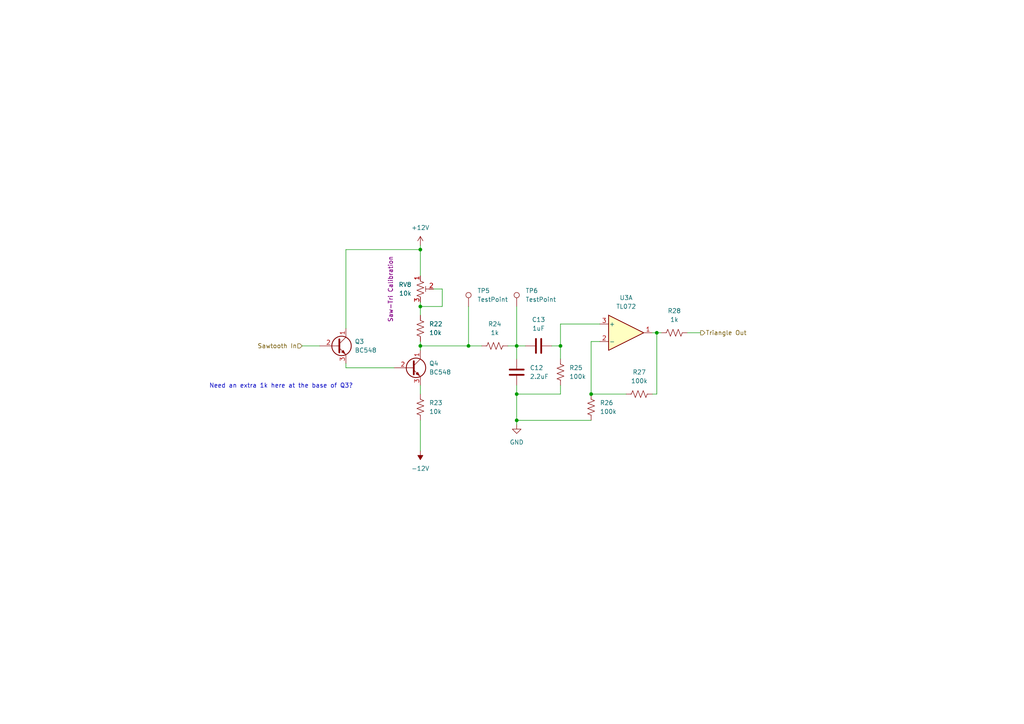
<source format=kicad_sch>
(kicad_sch (version 20231120) (generator "eeschema") (generator_version "8.0")
  (paper "A4")
  (lib_symbols
    (symbol "Amplifier_Operational:TL072" (pin_names (offset 0.127))
      (property "Reference" "U" (at 0 5.08 0))
      (property "Value" "TL072" (at 0 -5.08 0))
      (symbol "TL072_1_1"
        (polyline (pts (xy -5.08 5.08) (xy 5.08 0) (xy -5.08 -5.08) (xy -5.08 5.08)) (stroke (width 0.254)) (fill (type background)))
        (pin output line (at 7.62 0 180) (length 2.54) (name "~") (number "1"))
        (pin input line (at -7.62 -2.54 0) (length 2.54) (name "-") (number "2"))
        (pin input line (at -7.62 2.54 0) (length 2.54) (name "+") (number "3"))
      )
      (symbol "TL072_2_1"
        (polyline (pts (xy -5.08 5.08) (xy 5.08 0) (xy -5.08 -5.08) (xy -5.08 5.08)) (stroke (width 0.254)) (fill (type background)))
        (pin input line (at -7.62 2.54 0) (length 2.54) (name "+") (number "5"))
        (pin input line (at -7.62 -2.54 0) (length 2.54) (name "-") (number "6"))
        (pin output line (at 7.62 0 180) (length 2.54) (name "~") (number "7"))
      )
      (symbol "TL072_3_1"
        (pin power_in line (at -2.54 -7.62 90) (length 3.81) (name "V-") (number "4"))
        (pin power_in line (at -2.54 7.62 270) (length 3.81) (name "V+") (number "8"))
      )
    )
    (symbol "Connector:TestPoint" (pin_numbers hide) (pin_names (offset 0.762) hide)
      (property "Reference" "TP" (at 0 6.858 0))
      (property "Value" "TestPoint" (at 0 5.08 0))
      (symbol "TestPoint_0_1"
        (circle (center 0 3.302) (radius 0.762))
      )
      (symbol "TestPoint_1_1"
        (pin passive line (at 0 0 90) (length 2.54) (name "1") (number "1"))
      )
    )
    (symbol "Device:C" (pin_numbers hide) (pin_names (offset 0.254))
      (property "Reference" "C" (at 0.635 2.54 0))
      (property "Value" "C" (at 0.635 -2.54 0))
      (symbol "C_0_1"
        (polyline (pts (xy -2.032 -0.762) (xy 2.032 -0.762)) (stroke (width 0.508)))
        (polyline (pts (xy -2.032 0.762) (xy 2.032 0.762)) (stroke (width 0.508)))
      )
      (symbol "C_1_1"
        (pin passive line (at 0 3.81 270) (length 2.794) (name "~") (number "1"))
        (pin passive line (at 0 -3.81 90) (length 2.794) (name "~") (number "2"))
      )
    )
    (symbol "Device:R_Potentiometer_Trim_US" (pin_names (offset 1.016) hide)
      (property "Reference" "RV" (at -4.445 0 90))
      (property "Value" "R_Potentiometer_Trim_US" (at -2.54 0 90))
      (symbol "R_Potentiometer_Trim_US_0_1"
        (polyline (pts (xy 0 -2.286) (xy 0 -2.54)))
        (polyline (pts (xy 0 2.286) (xy 0 2.54)))
        (polyline (pts (xy 1.524 0.762) (xy 1.524 -0.762)))
        (polyline (pts (xy 2.54 0) (xy 1.524 0)))
        (polyline (pts (xy 0 -0.762) (xy 1.016 -1.143) (xy 0 -1.524) (xy -1.016 -1.905) (xy 0 -2.286)))
        (polyline (pts (xy 0 0.762) (xy 1.016 0.381) (xy 0 0) (xy -1.016 -0.381) (xy 0 -0.762)))
        (polyline (pts (xy 0 2.286) (xy 1.016 1.905) (xy 0 1.524) (xy -1.016 1.143) (xy 0 0.762)))
      )
      (symbol "R_Potentiometer_Trim_US_1_1"
        (pin passive line (at 0 3.81 270) (length 1.27) (name "1") (number "1"))
        (pin passive line (at 3.81 0 180) (length 1.27) (name "2") (number "2"))
        (pin passive line (at 0 -3.81 90) (length 1.27) (name "3") (number "3"))
      )
    )
    (symbol "Device:R_US" (pin_numbers hide) (pin_names (offset 0))
      (property "Reference" "R" (at 2.54 0 90))
      (property "Value" "R_US" (at -2.54 0 90))
      (symbol "R_US_0_1"
        (polyline (pts (xy 0 -2.286) (xy 0 -2.54)))
        (polyline (pts (xy 0 2.286) (xy 0 2.54)))
        (polyline (pts (xy 0 -0.762) (xy 1.016 -1.143) (xy 0 -1.524) (xy -1.016 -1.905) (xy 0 -2.286)))
        (polyline (pts (xy 0 0.762) (xy 1.016 0.381) (xy 0 0) (xy -1.016 -0.381) (xy 0 -0.762)))
        (polyline (pts (xy 0 2.286) (xy 1.016 1.905) (xy 0 1.524) (xy -1.016 1.143) (xy 0 0.762)))
      )
      (symbol "R_US_1_1"
        (pin passive line (at 0 3.81 270) (length 1.27) (name "~") (number "1"))
        (pin passive line (at 0 -3.81 90) (length 1.27) (name "~") (number "2"))
      )
    )
    (symbol "Transistor_BJT:BC548" (pin_names (offset 0) hide)
      (property "Reference" "Q" (at 5.08 1.905 0))
      (property "Value" "BC548" (at 5.08 0 0))
      (symbol "BC548_0_1"
        (polyline (pts (xy 0 0) (xy 0.635 0)))
        (polyline (pts (xy 0.635 0.635) (xy 2.54 2.54)))
        (polyline (pts (xy 0.635 -0.635) (xy 2.54 -2.54) (xy 2.54 -2.54)))
        (polyline (pts (xy 0.635 1.905) (xy 0.635 -1.905) (xy 0.635 -1.905)) (stroke (width 0.508)))
        (polyline (pts (xy 1.27 -1.778) (xy 1.778 -1.27) (xy 2.286 -2.286) (xy 1.27 -1.778) (xy 1.27 -1.778)) (fill (type outline)))
        (circle (center 1.27 0) (radius 2.8194) (stroke (width 0.254)))
      )
      (symbol "BC548_1_1"
        (pin passive line (at 2.54 5.08 270) (length 2.54) (name "C") (number "1"))
        (pin input line (at -5.08 0 0) (length 5.08) (name "B") (number "2"))
        (pin passive line (at 2.54 -5.08 90) (length 2.54) (name "E") (number "3"))
      )
    )
    (symbol "power:+12V" (power) (pin_numbers hide) (pin_names (offset 0) hide)
      (property "Value" "+12V" (at 0 3.556 0))
      (symbol "+12V_0_1"
        (polyline (pts (xy -0.762 1.27) (xy 0 2.54)))
        (polyline (pts (xy 0 0) (xy 0 2.54)))
        (polyline (pts (xy 0 2.54) (xy 0.762 1.27)))
      )
      (symbol "+12V_1_1"
        (pin power_in line (at 0 0 90) (length 0) (name "~") (number "1"))
      )
    )
    (symbol "power:-12V" (power) (pin_numbers hide) (pin_names (offset 0) hide)
      (property "Value" "-12V" (at 0 3.556 0))
      (symbol "-12V_0_0"
        (pin power_in line (at 0 0 90) (length 0) (name "~") (number "1"))
      )
      (symbol "-12V_0_1"
        (polyline (pts (xy 0 0) (xy 0 1.27) (xy 0.762 1.27) (xy 0 2.54) (xy -0.762 1.27) (xy 0 1.27)) (fill (type outline)))
      )
    )
    (symbol "power:GND" (power) (pin_numbers hide) (pin_names (offset 0) hide)
      (property "Value" "GND" (at 0 -3.81 0))
      (symbol "GND_0_1"
        (polyline (pts (xy 0 0) (xy 0 -1.27) (xy 1.27 -1.27) (xy 0 -2.54) (xy -1.27 -1.27) (xy 0 -1.27)))
      )
      (symbol "GND_1_1"
        (pin power_in line (at 0 0 270) (length 0) (name "~") (number "1"))
      )
    )
  )
  (junction (at 171.45 114.3))
  (junction (at 149.86 100.33))
  (junction (at 135.89 100.33))
  (junction (at 121.92 88.9))
  (junction (at 149.86 121.92))
  (junction (at 190.5 96.52))
  (junction (at 121.92 100.33))
  (junction (at 121.92 72.39))
  (junction (at 162.56 100.33))
  (junction (at 149.86 114.3))
  (wire (pts (xy 149.86 111.76) (xy 149.86 114.3)))
  (wire (pts (xy 162.56 93.98) (xy 173.99 93.98)))
  (wire (pts (xy 149.86 100.33) (xy 149.86 104.14)))
  (wire (pts (xy 171.45 114.3) (xy 171.45 99.06)))
  (wire (pts (xy 189.23 114.3) (xy 190.5 114.3)))
  (wire (pts (xy 190.5 96.52) (xy 190.5 114.3)))
  (wire (pts (xy 100.33 72.39) (xy 100.33 95.25)))
  (wire (pts (xy 160.02 100.33) (xy 162.56 100.33)))
  (wire (pts (xy 121.92 87.63) (xy 121.92 88.9)))
  (wire (pts (xy 121.92 100.33) (xy 135.89 100.33)))
  (wire (pts (xy 121.92 71.12) (xy 121.92 72.39)))
  (wire (pts (xy 149.86 100.33) (xy 152.4 100.33)))
  (wire (pts (xy 189.23 96.52) (xy 190.5 96.52)))
  (wire (pts (xy 121.92 100.33) (xy 121.92 101.6)))
  (wire (pts (xy 121.92 111.76) (xy 121.92 114.3)))
  (wire (pts (xy 128.27 83.82) (xy 128.27 88.9)))
  (wire (pts (xy 149.86 121.92) (xy 171.45 121.92)))
  (wire (pts (xy 162.56 100.33) (xy 162.56 104.14)))
  (wire (pts (xy 121.92 88.9) (xy 121.92 91.44)))
  (wire (pts (xy 121.92 72.39) (xy 121.92 80.01)))
  (wire (pts (xy 121.92 121.92) (xy 121.92 130.81)))
  (wire (pts (xy 87.63 100.33) (xy 92.71 100.33)))
  (wire (pts (xy 162.56 111.76) (xy 162.56 114.3)))
  (wire (pts (xy 135.89 100.33) (xy 139.7 100.33)))
  (wire (pts (xy 147.32 100.33) (xy 149.86 100.33)))
  (wire (pts (xy 100.33 105.41) (xy 100.33 106.68)))
  (wire (pts (xy 149.86 121.92) (xy 149.86 123.19)))
  (wire (pts (xy 171.45 99.06) (xy 173.99 99.06)))
  (wire (pts (xy 171.45 114.3) (xy 181.61 114.3)))
  (wire (pts (xy 190.5 96.52) (xy 191.77 96.52)))
  (wire (pts (xy 199.39 96.52) (xy 203.2 96.52)))
  (wire (pts (xy 121.92 88.9) (xy 128.27 88.9)))
  (wire (pts (xy 149.86 114.3) (xy 162.56 114.3)))
  (wire (pts (xy 135.89 88.9) (xy 135.89 100.33)))
  (wire (pts (xy 162.56 93.98) (xy 162.56 100.33)))
  (wire (pts (xy 125.73 83.82) (xy 128.27 83.82)))
  (wire (pts (xy 100.33 72.39) (xy 121.92 72.39)))
  (wire (pts (xy 121.92 99.06) (xy 121.92 100.33)))
  (wire (pts (xy 149.86 88.9) (xy 149.86 100.33)))
  (wire (pts (xy 100.33 106.68) (xy 114.3 106.68)))
  (wire (pts (xy 149.86 114.3) (xy 149.86 121.92)))
  (text "Need an extra 1k here at the base of Q3?" (at 81.534 112.014 0) (effects (font (size 1.27 1.27))))
  (hierarchical_label "Triangle Out" (shape output) (at 203.2 96.52 0))
  (hierarchical_label "Sawtooth In" (shape input) (at 87.63 100.33 180))
  (symbol (lib_id "Device:R_US") (at 143.51 100.33 90) (unit 1)
    (property "Reference" "R24" (at 143.51 93.98 90))
    (property "Value" "1k" (at 143.51 96.52 90))
    (property "Footprint" "Resistor_THT:R_Axial_DIN0204_L3.6mm_D1.6mm_P5.08mm_Horizontal" (effects (hide yes)))
    (property "Description" "Resistor, US symbol" (effects (hide yes)))
  )
  (symbol (lib_id "Device:R_US") (at 121.92 95.25 0) (unit 1)
    (property "Reference" "R22" (at 124.46 93.9799 0) (effects (justify left)))
    (property "Value" "10k" (at 124.46 96.5199 0) (effects (justify left)))
    (property "Footprint" "Resistor_THT:R_Axial_DIN0204_L3.6mm_D1.6mm_P5.08mm_Horizontal" (effects (hide yes)))
    (property "Description" "Resistor, US symbol" (effects (hide yes)))
  )
  (symbol (lib_id "Device:R_US") (at 185.42 114.3 90) (unit 1)
    (property "Reference" "R27" (at 185.42 107.95 90))
    (property "Value" "100k" (at 185.42 110.49 90))
    (property "Footprint" "Resistor_THT:R_Axial_DIN0204_L3.6mm_D1.6mm_P5.08mm_Horizontal" (effects (hide yes)))
    (property "Description" "Resistor, US symbol" (effects (hide yes)))
  )
  (symbol (lib_id "Amplifier_Operational:TL072") (at 181.61 96.52 0) (unit 1)
    (property "Reference" "U3" (at 181.61 86.36 0))
    (property "Value" "TL072" (at 181.61 88.9 0))
    (property "Datasheet" "http://www.ti.com/lit/ds/symlink/tl071.pdf" (effects (hide yes)))
    (property "Description" "Dual Low-Noise JFET-Input Operational Amplifiers, DIP-8/SOIC-8" (effects (hide yes)))
  )
  (symbol (lib_id "Device:R_US") (at 171.45 118.11 0) (unit 1)
    (property "Reference" "R26" (at 173.99 116.8399 0) (effects (justify left)))
    (property "Value" "100k" (at 173.99 119.3799 0) (effects (justify left)))
    (property "Footprint" "Resistor_THT:R_Axial_DIN0204_L3.6mm_D1.6mm_P5.08mm_Horizontal" (effects (hide yes)))
    (property "Description" "Resistor, US symbol" (effects (hide yes)))
  )
  (symbol (lib_id "Connector:TestPoint") (at 135.89 88.9 0) (unit 1)
    (property "Reference" "TP5" (at 138.43 84.3279 0) (effects (justify left)))
    (property "Value" "TestPoint" (at 138.43 86.8679 0) (effects (justify left)))
    (property "Description" "test point" (effects (hide yes)))
  )
  (symbol (lib_id "Device:R_US") (at 195.58 96.52 90) (unit 1)
    (property "Reference" "R28" (at 195.58 90.17 90))
    (property "Value" "1k" (at 195.58 92.71 90))
    (property "Footprint" "Resistor_THT:R_Axial_DIN0204_L3.6mm_D1.6mm_P5.08mm_Horizontal" (effects (hide yes)))
    (property "Description" "Resistor, US symbol" (effects (hide yes)))
  )
  (symbol (lib_id "Device:R_Potentiometer_Trim_US") (at 121.92 83.82 0) (unit 1)
    (property "Reference" "RV8" (at 119.38 82.5499 0) (effects (justify right)))
    (property "Value" "10k" (at 119.38 85.0899 0) (effects (justify right)))
    (property "Description" "Saw-Tri Calibration" (at 113.284 83.82 90))
  )
  (symbol (lib_id "Transistor_BJT:BC548") (at 97.79 100.33 0) (unit 1)
    (property "Reference" "Q3" (at 102.87 99.0599 0) (effects (justify left)))
    (property "Value" "BC548" (at 102.87 101.5999 0) (effects (justify left)))
    (property "Footprint" "Package_TO_SOT_THT:TO-92_Inline" (effects (hide yes)))
    (property "Datasheet" "https://www.onsemi.com/pub/Collateral/BC550-D.pdf" (effects (hide yes)))
    (property "Description" "0.1A Ic, 30V Vce, Small Signal NPN Transistor, TO-92" (effects (hide yes)))
  )
  (symbol (lib_id "Device:R_US") (at 162.56 107.95 0) (unit 1)
    (property "Reference" "R25" (at 165.1 106.6799 0) (effects (justify left)))
    (property "Value" "100k" (at 165.1 109.2199 0) (effects (justify left)))
    (property "Footprint" "Resistor_THT:R_Axial_DIN0204_L3.6mm_D1.6mm_P5.08mm_Horizontal" (effects (hide yes)))
    (property "Description" "Resistor, US symbol" (effects (hide yes)))
  )
  (symbol (lib_id "Device:C") (at 149.86 107.95 180) (unit 1)
    (property "Reference" "C12" (at 153.67 106.6799 0) (effects (justify right)))
    (property "Value" "2.2uF" (at 153.67 109.2199 0) (effects (justify right)))
    (property "Description" "Unpolarized capacitor" (effects (hide yes)))
  )
  (symbol (lib_id "Device:R_US") (at 121.92 118.11 0) (unit 1)
    (property "Reference" "R23" (at 124.46 116.8399 0) (effects (justify left)))
    (property "Value" "10k" (at 124.46 119.3799 0) (effects (justify left)))
    (property "Footprint" "Resistor_THT:R_Axial_DIN0204_L3.6mm_D1.6mm_P5.08mm_Horizontal" (effects (hide yes)))
    (property "Description" "Resistor, US symbol" (effects (hide yes)))
  )
  (symbol (lib_id "Connector:TestPoint") (at 149.86 88.9 0) (unit 1)
    (property "Reference" "TP6" (at 152.4 84.3279 0) (effects (justify left)))
    (property "Value" "TestPoint" (at 152.4 86.8679 0) (effects (justify left)))
    (property "Description" "test point" (effects (hide yes)))
  )
  (symbol (lib_id "Device:C") (at 156.21 100.33 90) (unit 1)
    (property "Reference" "C13" (at 156.21 92.71 90))
    (property "Value" "1uF" (at 156.21 95.25 90))
    (property "Description" "Unpolarized capacitor" (effects (hide yes)))
  )
  (symbol (lib_id "power:GND") (at 149.86 123.19 0) (unit 1)
    (property "Reference" "#PWR032" (effects (hide yes)))
    (property "Value" "GND" (at 149.86 128.27 0))
    (property "Description" "Power symbol creates a global label with name \"GND\" , ground" (effects (hide yes)))
  )
  (symbol (lib_id "Transistor_BJT:BC548") (at 119.38 106.68 0) (unit 1)
    (property "Reference" "Q4" (at 124.46 105.4099 0) (effects (justify left)))
    (property "Value" "BC548" (at 124.46 107.9499 0) (effects (justify left)))
    (property "Footprint" "Package_TO_SOT_THT:TO-92_Inline" (effects (hide yes)))
    (property "Datasheet" "https://www.onsemi.com/pub/Collateral/BC550-D.pdf" (effects (hide yes)))
    (property "Description" "0.1A Ic, 30V Vce, Small Signal NPN Transistor, TO-92" (effects (hide yes)))
  )
  (symbol (lib_id "power:+12V") (at 121.92 71.12 0) (unit 1)
    (property "Reference" "#PWR030" (effects (hide yes)))
    (property "Value" "+12V" (at 121.92 66.04 0))
    (property "Description" "Power symbol creates a global label with name \"+12V\"" (effects (hide yes)))
  )
  (symbol (lib_id "power:-12V") (at 121.92 130.81 180) (unit 1)
    (property "Reference" "#PWR031" (effects (hide yes)))
    (property "Value" "-12V" (at 121.92 135.89 0))
    (property "Description" "Power symbol creates a global label with name \"-12V\"" (effects (hide yes)))
  )
)
</source>
